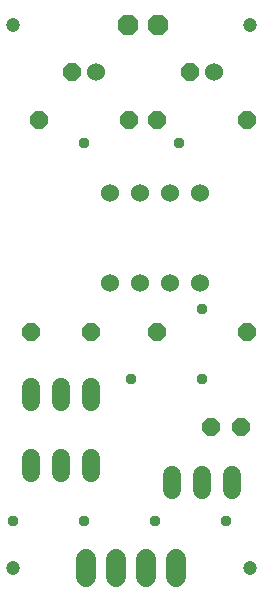
<source format=gbr>
G04 EAGLE Gerber RS-274X export*
G75*
%MOMM*%
%FSLAX34Y34*%
%LPD*%
%INSoldermask Top*%
%IPPOS*%
%AMOC8*
5,1,8,0,0,1.08239X$1,22.5*%
G01*
%ADD10C,1.203200*%
%ADD11P,1.649562X8X202.500000*%
%ADD12C,1.524000*%
%ADD13C,1.727200*%
%ADD14P,1.649562X8X22.500000*%
%ADD15C,1.524000*%
%ADD16P,1.852186X8X292.500000*%
%ADD17C,0.959600*%


D10*
X300000Y720000D03*
X500000Y720000D03*
X300000Y260000D03*
X500000Y260000D03*
D11*
X449840Y680000D03*
D12*
X470160Y680000D03*
D11*
X349840Y680000D03*
D12*
X370160Y680000D03*
X381900Y501900D03*
X407300Y501900D03*
X407300Y578100D03*
X381900Y578100D03*
X432700Y501900D03*
X458100Y501900D03*
X432700Y578100D03*
X458100Y578100D03*
D13*
X361900Y267620D02*
X361900Y252380D01*
X387300Y252380D02*
X387300Y267620D01*
X412700Y267620D02*
X412700Y252380D01*
X438100Y252380D02*
X438100Y267620D01*
D14*
X421900Y640000D03*
X498100Y640000D03*
X321900Y640000D03*
X398100Y640000D03*
D11*
X365400Y460000D03*
X314600Y460000D03*
X498100Y460000D03*
X421900Y460000D03*
X492700Y380000D03*
X467300Y380000D03*
D15*
X485400Y339304D02*
X485400Y326096D01*
X434600Y326096D02*
X434600Y339304D01*
X460000Y339304D02*
X460000Y326096D01*
X365400Y340696D02*
X365400Y353904D01*
X314600Y353904D02*
X314600Y340696D01*
X340000Y340696D02*
X340000Y353904D01*
X365400Y400696D02*
X365400Y413904D01*
X314600Y413904D02*
X314600Y400696D01*
X340000Y400696D02*
X340000Y413904D01*
D16*
X397300Y720000D03*
X422700Y720000D03*
D17*
X300000Y300000D03*
X360000Y300000D03*
X460000Y480000D03*
X460000Y420000D03*
X400000Y420000D03*
X480000Y300000D03*
X440000Y620000D03*
X360000Y620000D03*
X420000Y300000D03*
M02*

</source>
